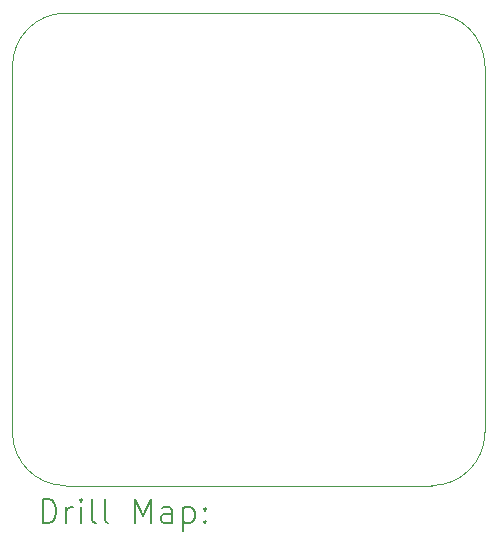
<source format=gbr>
%TF.GenerationSoftware,KiCad,Pcbnew,7.0.11*%
%TF.CreationDate,2024-07-25T16:58:37-04:00*%
%TF.ProjectId,prism-pcb,70726973-6d2d-4706-9362-2e6b69636164,1.1*%
%TF.SameCoordinates,Original*%
%TF.FileFunction,Drillmap*%
%TF.FilePolarity,Positive*%
%FSLAX45Y45*%
G04 Gerber Fmt 4.5, Leading zero omitted, Abs format (unit mm)*
G04 Created by KiCad (PCBNEW 7.0.11) date 2024-07-25 16:58:37*
%MOMM*%
%LPD*%
G01*
G04 APERTURE LIST*
%ADD10C,0.100000*%
%ADD11C,0.200000*%
G04 APERTURE END LIST*
D10*
X13240000Y-11710000D02*
X13240000Y-8610000D01*
X17240000Y-8610000D02*
X17240000Y-11710000D01*
X16790000Y-12160000D02*
G75*
G03*
X17240000Y-11710000I0J450000D01*
G01*
X17240000Y-8610000D02*
G75*
G03*
X16790000Y-8160000I-450000J0D01*
G01*
X13240000Y-11710000D02*
G75*
G03*
X13690000Y-12160000I450000J0D01*
G01*
X16790000Y-12160000D02*
X13690000Y-12160000D01*
X13690000Y-8160000D02*
G75*
G03*
X13240000Y-8610000I0J-450000D01*
G01*
X13690000Y-8160000D02*
X16790000Y-8160000D01*
D11*
X13495777Y-12476484D02*
X13495777Y-12276484D01*
X13495777Y-12276484D02*
X13543396Y-12276484D01*
X13543396Y-12276484D02*
X13571967Y-12286008D01*
X13571967Y-12286008D02*
X13591015Y-12305055D01*
X13591015Y-12305055D02*
X13600539Y-12324103D01*
X13600539Y-12324103D02*
X13610062Y-12362198D01*
X13610062Y-12362198D02*
X13610062Y-12390769D01*
X13610062Y-12390769D02*
X13600539Y-12428865D01*
X13600539Y-12428865D02*
X13591015Y-12447912D01*
X13591015Y-12447912D02*
X13571967Y-12466960D01*
X13571967Y-12466960D02*
X13543396Y-12476484D01*
X13543396Y-12476484D02*
X13495777Y-12476484D01*
X13695777Y-12476484D02*
X13695777Y-12343150D01*
X13695777Y-12381246D02*
X13705301Y-12362198D01*
X13705301Y-12362198D02*
X13714824Y-12352674D01*
X13714824Y-12352674D02*
X13733872Y-12343150D01*
X13733872Y-12343150D02*
X13752920Y-12343150D01*
X13819586Y-12476484D02*
X13819586Y-12343150D01*
X13819586Y-12276484D02*
X13810062Y-12286008D01*
X13810062Y-12286008D02*
X13819586Y-12295531D01*
X13819586Y-12295531D02*
X13829110Y-12286008D01*
X13829110Y-12286008D02*
X13819586Y-12276484D01*
X13819586Y-12276484D02*
X13819586Y-12295531D01*
X13943396Y-12476484D02*
X13924348Y-12466960D01*
X13924348Y-12466960D02*
X13914824Y-12447912D01*
X13914824Y-12447912D02*
X13914824Y-12276484D01*
X14048158Y-12476484D02*
X14029110Y-12466960D01*
X14029110Y-12466960D02*
X14019586Y-12447912D01*
X14019586Y-12447912D02*
X14019586Y-12276484D01*
X14276729Y-12476484D02*
X14276729Y-12276484D01*
X14276729Y-12276484D02*
X14343396Y-12419341D01*
X14343396Y-12419341D02*
X14410062Y-12276484D01*
X14410062Y-12276484D02*
X14410062Y-12476484D01*
X14591015Y-12476484D02*
X14591015Y-12371722D01*
X14591015Y-12371722D02*
X14581491Y-12352674D01*
X14581491Y-12352674D02*
X14562443Y-12343150D01*
X14562443Y-12343150D02*
X14524348Y-12343150D01*
X14524348Y-12343150D02*
X14505301Y-12352674D01*
X14591015Y-12466960D02*
X14571967Y-12476484D01*
X14571967Y-12476484D02*
X14524348Y-12476484D01*
X14524348Y-12476484D02*
X14505301Y-12466960D01*
X14505301Y-12466960D02*
X14495777Y-12447912D01*
X14495777Y-12447912D02*
X14495777Y-12428865D01*
X14495777Y-12428865D02*
X14505301Y-12409817D01*
X14505301Y-12409817D02*
X14524348Y-12400293D01*
X14524348Y-12400293D02*
X14571967Y-12400293D01*
X14571967Y-12400293D02*
X14591015Y-12390769D01*
X14686253Y-12343150D02*
X14686253Y-12543150D01*
X14686253Y-12352674D02*
X14705301Y-12343150D01*
X14705301Y-12343150D02*
X14743396Y-12343150D01*
X14743396Y-12343150D02*
X14762443Y-12352674D01*
X14762443Y-12352674D02*
X14771967Y-12362198D01*
X14771967Y-12362198D02*
X14781491Y-12381246D01*
X14781491Y-12381246D02*
X14781491Y-12438388D01*
X14781491Y-12438388D02*
X14771967Y-12457436D01*
X14771967Y-12457436D02*
X14762443Y-12466960D01*
X14762443Y-12466960D02*
X14743396Y-12476484D01*
X14743396Y-12476484D02*
X14705301Y-12476484D01*
X14705301Y-12476484D02*
X14686253Y-12466960D01*
X14867205Y-12457436D02*
X14876729Y-12466960D01*
X14876729Y-12466960D02*
X14867205Y-12476484D01*
X14867205Y-12476484D02*
X14857682Y-12466960D01*
X14857682Y-12466960D02*
X14867205Y-12457436D01*
X14867205Y-12457436D02*
X14867205Y-12476484D01*
X14867205Y-12352674D02*
X14876729Y-12362198D01*
X14876729Y-12362198D02*
X14867205Y-12371722D01*
X14867205Y-12371722D02*
X14857682Y-12362198D01*
X14857682Y-12362198D02*
X14867205Y-12352674D01*
X14867205Y-12352674D02*
X14867205Y-12371722D01*
M02*

</source>
